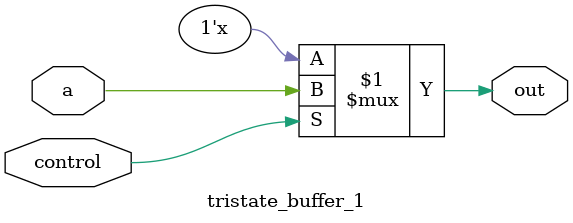
<source format=v>
module tristate_buffer_1(out, a, control);
	input a, control;
	output out;
	assign out = control ? a : 1'bz;
	
	/*
	always
		begin
			if (control)
				out = a;
			else
				out = 1'bz;
		end
	*/

endmodule
</source>
